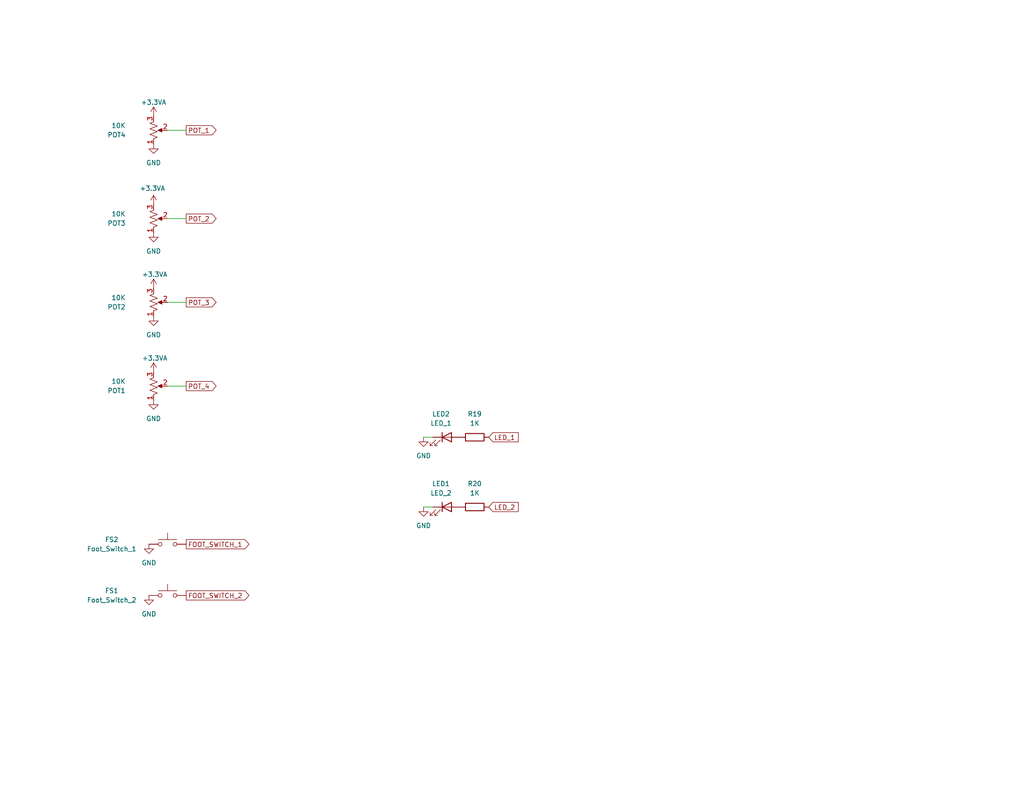
<source format=kicad_sch>
(kicad_sch (version 20230121) (generator eeschema)
  (paper "USLetter")
  (title_block (title "Daisy Seed Guitar Pedal 1590B SMD") (date "2023-11-03") (rev "2") (company "Made by Keith Shepherd (kshep@mac.com)"))
  (lib_symbols
    (symbol "Device:LED" (pin_numbers hide) (pin_names (offset 1.016) hide)
      (property "Reference" "D" (at 0 2.54 0))
      (property "Value" "LED" (at 0 -2.54 0))
      (symbol "LED_0_1"
        (polyline (pts (xy -1.27 -1.27) (xy -1.27 1.27)) (stroke (width 0.254)))
        (polyline (pts (xy -1.27 0) (xy 1.27 0)))
        (polyline (pts (xy 1.27 -1.27) (xy 1.27 1.27) (xy -1.27 0) (xy 1.27 -1.27)) (stroke (width 0.254)))
        (polyline (pts (xy -3.048 -0.762) (xy -4.572 -2.286) (xy -3.81 -2.286) (xy -4.572 -2.286) (xy -4.572 -1.524)))
        (polyline (pts (xy -1.778 -0.762) (xy -3.302 -2.286) (xy -2.54 -2.286) (xy -3.302 -2.286) (xy -3.302 -1.524)))
      )
      (symbol "LED_1_1"
        (pin passive line (at -3.81 0 0) (length 2.54) (name "K") (number "1"))
        (pin passive line (at 3.81 0 180) (length 2.54) (name "A") (number "2"))
      )
    )
    (symbol "Device:R" (pin_numbers hide) (pin_names (offset 0))
      (property "Reference" "R" (at 2.032 0 90))
      (property "Value" "R" (at 0 0 90))
      (symbol "R_0_1"
        (rectangle (start -1.016 -2.54) (end 1.016 2.54) (stroke (width 0.254)))
      )
      (symbol "R_1_1"
        (pin passive line (at 0 3.81 270) (length 1.27) (name "~") (number "1"))
        (pin passive line (at 0 -3.81 90) (length 1.27) (name "~") (number "2"))
      )
    )
    (symbol "Device:R_Potentiometer_US" (pin_names (offset 1.016) hide)
      (property "Reference" "RV" (at -4.445 0 90))
      (property "Value" "R_Potentiometer_US" (at -2.54 0 90))
      (symbol "R_Potentiometer_US_0_1"
        (polyline (pts (xy 0 -2.286) (xy 0 -2.54)))
        (polyline (pts (xy 0 2.54) (xy 0 2.286)))
        (polyline (pts (xy 2.54 0) (xy 1.524 0)))
        (polyline (pts (xy 1.143 0) (xy 2.286 0.508) (xy 2.286 -0.508) (xy 1.143 0)) (fill (type outline)))
        (polyline (pts (xy 0 -0.762) (xy 1.016 -1.143) (xy 0 -1.524) (xy -1.016 -1.905) (xy 0 -2.286)))
        (polyline (pts (xy 0 0.762) (xy 1.016 0.381) (xy 0 0) (xy -1.016 -0.381) (xy 0 -0.762)))
        (polyline (pts (xy 0 2.286) (xy 1.016 1.905) (xy 0 1.524) (xy -1.016 1.143) (xy 0 0.762)))
      )
      (symbol "R_Potentiometer_US_1_1"
        (pin passive line (at 0 3.81 270) (length 1.27) (name "1") (number "1"))
        (pin passive line (at 3.81 0 180) (length 1.27) (name "2") (number "2"))
        (pin passive line (at 0 -3.81 90) (length 1.27) (name "3") (number "3"))
      )
    )
    (symbol "Switch:SW_Push" (pin_numbers hide) (pin_names (offset 1.016) hide)
      (property "Reference" "SW" (at 1.27 2.54 0))
      (property "Value" "SW_Push" (at 0 -1.524 0))
      (symbol "SW_Push_0_1"
        (circle (center -2.032 0) (radius 0.508))
        (polyline (pts (xy 0 1.27) (xy 0 3.048)))
        (polyline (pts (xy 2.54 1.27) (xy -2.54 1.27)))
        (circle (center 2.032 0) (radius 0.508))
        (pin passive line (at -5.08 0 0) (length 2.54) (name "1") (number "1"))
        (pin passive line (at 5.08 0 180) (length 2.54) (name "2") (number "2"))
      )
    )
    (symbol "power:+3.3VA" (power) (pin_names (offset 0))
      (property "Value" "+3.3VA" (at 0 3.556 0))
      (symbol "+3.3VA_0_1"
        (polyline (pts (xy -0.762 1.27) (xy 0 2.54)))
        (polyline (pts (xy 0 0) (xy 0 2.54)))
        (polyline (pts (xy 0 2.54) (xy 0.762 1.27)))
      )
      (symbol "+3.3VA_1_1"
        (pin power_in line (at 0 0 90) (length 0) hide (name "+3.3VA") (number "1"))
      )
    )
    (symbol "power:GND" (power) (pin_names (offset 0))
      (property "Value" "GND" (at 0 -3.81 0))
      (symbol "GND_0_1"
        (polyline (pts (xy 0 0) (xy 0 -1.27) (xy 1.27 -1.27) (xy 0 -2.54) (xy -1.27 -1.27) (xy 0 -1.27)))
      )
      (symbol "GND_1_1"
        (pin power_in line (at 0 0 270) (length 0) hide (name "GND") (number "1"))
      )
    )
  )
  (wire (pts (xy 45.72 35.56) (xy 50.8 35.56)))
  (wire (pts (xy 115.57 138.43) (xy 118.11 138.43)))
  (wire (pts (xy 45.72 59.69) (xy 50.8 59.69)))
  (wire (pts (xy 45.72 82.55) (xy 50.8 82.55)))
  (wire (pts (xy 115.57 119.38) (xy 118.11 119.38)))
  (wire (pts (xy 45.72 105.41) (xy 50.8 105.41)))
  (global_label "POT_1" (shape output) (at 50.8 35.56 0) (property "Intersheetrefs" "${INTERSHEET_REFS}" (effects hide)))
  (global_label "LED_1" (shape input) (at 133.35 119.38 0) (property "Intersheetrefs" "${INTERSHEET_REFS}" (effects hide)))
  (global_label "POT_3" (shape output) (at 50.8 82.55 0) (property "Intersheetrefs" "${INTERSHEET_REFS}" (effects hide)))
  (global_label "FOOT_SWITCH_2" (shape output) (at 50.8 162.56 0) (property "Intersheetrefs" "${INTERSHEET_REFS}" (effects hide)))
  (global_label "FOOT_SWITCH_1" (shape output) (at 50.8 148.59 0) (property "Intersheetrefs" "${INTERSHEET_REFS}" (effects hide)))
  (global_label "POT_4" (shape output) (at 50.8 105.41 0) (property "Intersheetrefs" "${INTERSHEET_REFS}" (effects hide)))
  (global_label "LED_2" (shape input) (at 133.35 138.43 0) (property "Intersheetrefs" "${INTERSHEET_REFS}" (effects hide)))
  (global_label "POT_2" (shape output) (at 50.8 59.69 0) (property "Intersheetrefs" "${INTERSHEET_REFS}" (effects hide)))
  (symbol (lib_id "Device:R_Potentiometer_US") (at 41.91 59.69 0) (mirror x) (unit 1)
    (property "Reference" "POT3" (at 34.29 60.96 0) (effects (justify right)))
    (property "Value" "10K" (at 34.29 58.42 0) (effects (justify right)))
    (property "Footprint" "GuitarPedal1590b:Pot_RightAngle_LongPin_16mm" (effects hide))
    (instances (project "DaisySeedPedal1590b-SMD" (path "" (reference "POT3") (unit 1)) (path "" (reference "POT2") (unit 1))))
  )
  (symbol (lib_id "power:+3.3VA") (at 41.91 31.75 0) (mirror y) (unit 1)
    (property "Reference" "#PWR0109" (effects hide))
    (property "Value" "+3.3VA" (at 41.91 27.94 0))
    (instances (project "DaisySeedPedal1590b-SMD" (path "" (reference "#PWR0109") (unit 1)) (path "" (reference "#PWR019") (unit 1))))
  )
  (symbol (lib_id "power:GND") (at 40.64 148.59 0) (unit 1)
    (property "Reference" "#PWR0103" (effects hide))
    (property "Value" "GND" (at 40.64 153.67 0))
    (instances (project "DaisySeedPedal1590b-SMD" (path "" (reference "#PWR0103") (unit 1)) (path "" (reference "#PWR030") (unit 1))))
  )
  (symbol (lib_id "Device:LED") (at 121.92 138.43 0) (unit 1)
    (property "Reference" "LED1" (at 120.3325 132.08 0))
    (property "Value" "LED_2" (at 120.3325 134.62 0))
    (property "Footprint" "Connector_PinHeader_2.54mm:PinHeader_1x02_P2.54mm_Vertical" (effects hide))
    (instances (project "DaisySeedPedal1590b-SMD" (path "" (reference "LED1") (unit 1)) (path "" (reference "LED2") (unit 1))))
  )
  (symbol (lib_id "Device:LED") (at 121.92 119.38 0) (unit 1)
    (property "Reference" "LED2" (at 120.3325 113.03 0))
    (property "Value" "LED_1" (at 120.3325 115.57 0))
    (property "Footprint" "Connector_PinHeader_2.54mm:PinHeader_1x02_P2.54mm_Vertical" (effects hide))
    (instances (project "DaisySeedPedal1590b-SMD" (path "" (reference "LED2") (unit 1)) (path "" (reference "LED1") (unit 1))))
  )
  (symbol (lib_id "power:GND") (at 41.91 86.36 0) (mirror y) (unit 1)
    (property "Reference" "#PWR030" (effects hide))
    (property "Value" "GND" (at 41.91 91.44 0))
    (instances (project "DaisySeedPedal1590b-SMD" (path "" (reference "#PWR030") (unit 1)) (path "" (reference "#PWR037") (unit 1))))
  )
  (symbol (lib_id "Device:R_Potentiometer_US") (at 41.91 82.55 0) (mirror x) (unit 1)
    (property "Reference" "POT2" (at 34.29 83.82 0) (effects (justify right)))
    (property "Value" "10K" (at 34.29 81.28 0) (effects (justify right)))
    (property "Footprint" "GuitarPedal1590b:Pot_RightAngle_LongPin_16mm" (effects hide))
    (instances (project "DaisySeedPedal1590b-SMD" (path "" (reference "POT2") (unit 1)) (path "" (reference "POT3") (unit 1))))
  )
  (symbol (lib_id "power:+3.3VA") (at 41.91 78.74 0) (mirror y) (unit 1)
    (property "Reference" "#PWR0107" (effects hide))
    (property "Value" "+3.3VA" (at 45.72 74.93 0) (effects (justify left)))
    (instances (project "DaisySeedPedal1590b-SMD" (path "" (reference "#PWR0107") (unit 1)) (path "" (reference "#PWR036") (unit 1))))
  )
  (symbol (lib_id "Device:R") (at 129.54 119.38 90) (unit 1)
    (property "Reference" "R19" (at 129.54 113.03 90))
    (property "Value" "1K" (at 129.54 115.57 90))
    (property "Footprint" "Resistor_SMD:R_0805_2012Metric" (effects hide))
  )
  (symbol (lib_id "power:+3.3VA") (at 41.91 101.6 0) (mirror y) (unit 1)
    (property "Reference" "#PWR0106" (effects hide))
    (property "Value" "+3.3VA" (at 45.72 97.79 0) (effects (justify left)))
    (instances (project "DaisySeedPedal1590b-SMD" (path "" (reference "#PWR0106") (unit 1)) (path "" (reference "#PWR038") (unit 1))))
  )
  (symbol (lib_id "power:GND") (at 115.57 138.43 0) (unit 1)
    (property "Reference" "#PWR0101" (effects hide))
    (property "Value" "GND" (at 115.57 143.51 0))
    (instances (project "DaisySeedPedal1590b-SMD" (path "" (reference "#PWR0101") (unit 1)) (path "" (reference "#PWR035") (unit 1))))
  )
  (symbol (lib_id "Switch:SW_Push") (at 45.72 162.56 0) (unit 1)
    (property "Reference" "FS1" (at 30.48 161.29 0))
    (property "Value" "Foot_Switch_2" (at 30.48 163.83 0))
    (property "Footprint" "Connector_PinHeader_2.54mm:PinHeader_1x02_P2.54mm_Vertical" (effects hide))
    (instances (project "DaisySeedPedal1590b-SMD" (path "" (reference "FS1") (unit 1)) (path "" (reference "FS2") (unit 1))))
  )
  (symbol (lib_id "Device:R") (at 129.54 138.43 90) (unit 1)
    (property "Reference" "R20" (at 129.54 132.08 90))
    (property "Value" "1K" (at 129.54 134.62 90))
    (property "Footprint" "Resistor_SMD:R_0805_2012Metric" (effects hide))
  )
  (symbol (lib_id "power:GND") (at 41.91 39.37 0) (mirror y) (unit 1)
    (property "Reference" "#PWR034" (effects hide))
    (property "Value" "GND" (at 41.91 44.45 0))
    (instances (project "DaisySeedPedal1590b-SMD" (path "" (reference "#PWR034") (unit 1)) (path "" (reference "#PWR028") (unit 1))))
  )
  (symbol (lib_id "power:GND") (at 41.91 63.5 0) (mirror y) (unit 1)
    (property "Reference" "#PWR032" (effects hide))
    (property "Value" "GND" (at 41.91 68.58 0))
    (instances (project "DaisySeedPedal1590b-SMD" (path "" (reference "#PWR032") (unit 1)) (path "" (reference "#PWR033") (unit 1))))
  )
  (symbol (lib_id "power:GND") (at 40.64 162.56 0) (unit 1)
    (property "Reference" "#PWR0102" (effects hide))
    (property "Value" "GND" (at 40.64 167.64 0))
    (instances (project "DaisySeedPedal1590b-SMD" (path "" (reference "#PWR0102") (unit 1)) (path "" (reference "#PWR034") (unit 1))))
  )
  (symbol (lib_id "Switch:SW_Push") (at 45.72 148.59 0) (unit 1)
    (property "Reference" "FS2" (at 30.48 147.32 0))
    (property "Value" "Foot_Switch_1" (at 30.48 149.86 0))
    (property "Footprint" "Connector_PinHeader_2.54mm:PinHeader_1x02_P2.54mm_Vertical" (effects hide))
    (instances (project "DaisySeedPedal1590b-SMD" (path "" (reference "FS2") (unit 1)) (path "" (reference "FS1") (unit 1))))
  )
  (symbol (lib_id "power:GND") (at 115.57 119.38 0) (unit 1)
    (property "Reference" "#PWR0104" (effects hide))
    (property "Value" "GND" (at 115.57 124.46 0))
    (instances (project "DaisySeedPedal1590b-SMD" (path "" (reference "#PWR0104") (unit 1)) (path "" (reference "#PWR031") (unit 1))))
  )
  (symbol (lib_id "power:GND") (at 41.91 109.22 0) (mirror y) (unit 1)
    (property "Reference" "#PWR028" (effects hide))
    (property "Value" "GND" (at 41.91 114.3 0))
    (instances (project "DaisySeedPedal1590b-SMD" (path "" (reference "#PWR028") (unit 1)) (path "" (reference "#PWR039") (unit 1))))
  )
  (symbol (lib_id "power:+3.3VA") (at 41.91 55.88 0) (mirror y) (unit 1)
    (property "Reference" "#PWR0108" (effects hide))
    (property "Value" "+3.3VA" (at 45.085 51.435 0) (effects (justify left)))
    (instances (project "DaisySeedPedal1590b-SMD" (path "" (reference "#PWR0108") (unit 1)) (path "" (reference "#PWR032") (unit 1))))
  )
  (symbol (lib_id "Device:R_Potentiometer_US") (at 41.91 35.56 0) (mirror x) (unit 1)
    (property "Reference" "POT4" (at 34.29 36.83 0) (effects (justify right)))
    (property "Value" "10K" (at 34.29 34.29 0) (effects (justify right)))
    (property "Footprint" "GuitarPedal1590b:Pot_RightAngle_LongPin_16mm" (effects hide))
    (instances (project "DaisySeedPedal1590b-SMD" (path "" (reference "POT4") (unit 1)) (path "" (reference "POT1") (unit 1))))
  )
  (symbol (lib_id "Device:R_Potentiometer_US") (at 41.91 105.41 0) (mirror x) (unit 1)
    (property "Reference" "POT1" (at 34.29 106.68 0) (effects (justify right)))
    (property "Value" "10K" (at 34.29 104.14 0) (effects (justify right)))
    (property "Footprint" "GuitarPedal1590b:Pot_RightAngle_LongPin_16mm" (effects hide))
    (instances (project "DaisySeedPedal1590b-SMD" (path "" (reference "POT1") (unit 1)) (path "" (reference "POT4") (unit 1))))
  )
)
</source>
